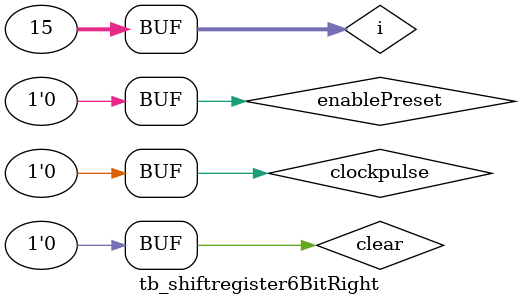
<source format=v>
module tb_shiftregister6BitRight;
reg clockpulse;
reg clear;
reg enablePreset;
wire [5:0] out;
wire [5:0] notout;
integer i;

initial begin
    clockpulse = 1'b0;
    clear = 1'b1;
    enablePreset = 1'b0;
    i = 0;
    
    #10;
    clear = 1'b0;
    
    for (i = 0; i < 4'hf; i = i + 1) begin
        if (i == 0) begin
            enablePreset = 1'b1;
        end
        
        clockpulse = 1'b1;
        
        #5;
        clockpulse = 1'b0;
        enablePreset = 1'b0;
        
        #5;
    end
end

shiftregister6BitRight dut(
    .clockpulse(clockpulse),
    .clear(clear),
    .serialInput(1'b0),
    .enablePreset(enablePreset),
    .preset(6'b000011),
    .out(out),
    .notout(notout)
    );

endmodule

</source>
